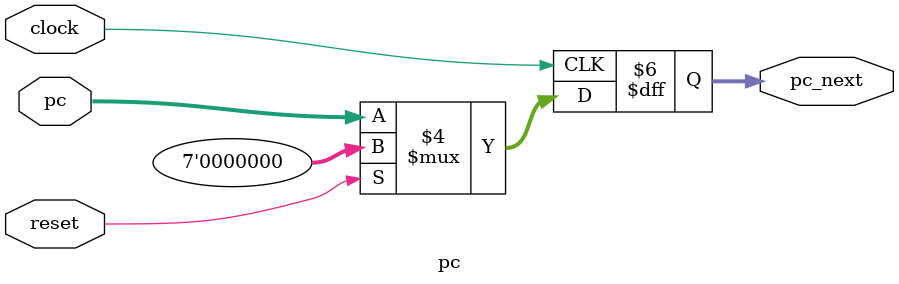
<source format=v>
module pc(clock, reset, pc, pc_next);
    input clock, reset;
    input  [6:0] pc;
    output reg [6:0] pc_next;
    
    
    always @(posedge clock)
    begin
        if(reset==1)
            pc_next<=32'b0;
        else
            pc_next<=pc;
    end
endmodule

</source>
